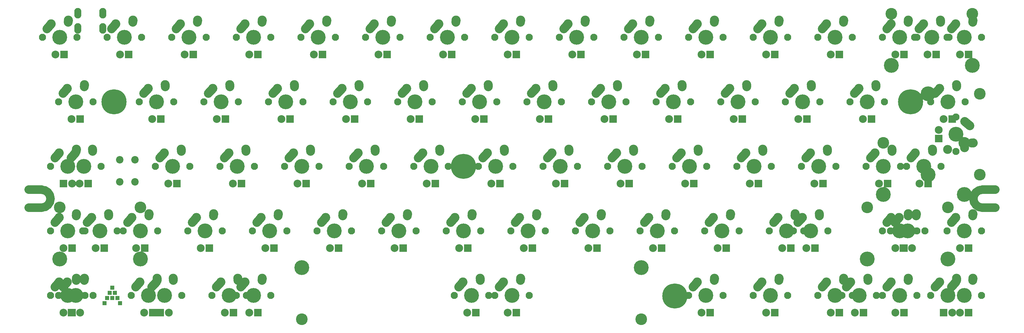
<source format=gts>
G04 #@! TF.FileFunction,Soldermask,Top*
%FSLAX46Y46*%
G04 Gerber Fmt 4.6, Leading zero omitted, Abs format (unit mm)*
G04 Created by KiCad (PCBNEW 4.0.6) date 10/23/17 15:30:08*
%MOMM*%
%LPD*%
G01*
G04 APERTURE LIST*
%ADD10C,0.100000*%
%ADD11C,2.501900*%
%ADD12C,2.650000*%
%ADD13C,2.650000*%
%ADD14C,4.387800*%
%ADD15C,2.305000*%
%ADD16R,2.305000X2.305000*%
%ADD17C,2.101800*%
%ADD18C,7.401300*%
%ADD19C,7.400240*%
%ADD20C,3.448000*%
%ADD21C,2.200000*%
%ADD22O,2.100000X3.100000*%
%ADD23R,1.162000X1.162000*%
G04 APERTURE END LIST*
D10*
D11*
X329212500Y-102099050D02*
X333012500Y-102099050D01*
X326561550Y-104750000D02*
G75*
G02X329212500Y-102099050I2650950J0D01*
G01*
X329212500Y-107400950D02*
G75*
G02X326561550Y-104750000I0J2650950D01*
G01*
X329212500Y-107400950D02*
X333062500Y-107400950D01*
X48012500Y-102099050D02*
X51812500Y-102099050D01*
X54463450Y-104750000D02*
G75*
G03X51812500Y-102099050I-2650950J0D01*
G01*
X51812500Y-107400950D02*
G75*
G03X54463450Y-104750000I0J2650950D01*
G01*
X48012500Y-107400950D02*
X51812500Y-107400950D01*
D12*
X169187500Y-90750000D02*
X169227500Y-90170000D01*
D13*
X169227500Y-90170000D03*
D12*
X162877500Y-92710000D02*
X164187500Y-91250000D01*
D14*
X166687500Y-95250000D03*
D13*
X164187500Y-91250000D03*
D15*
X165417500Y-100330000D03*
D16*
X167957500Y-100330000D03*
D17*
X161607500Y-95250000D03*
X171767500Y-95250000D03*
D12*
X97750000Y-52650000D02*
X97790000Y-52070000D01*
D13*
X97790000Y-52070000D03*
D12*
X91440000Y-54610000D02*
X92750000Y-53150000D01*
D14*
X95250000Y-57150000D03*
D13*
X92750000Y-53150000D03*
D15*
X93980000Y-62230000D03*
D16*
X96520000Y-62230000D03*
D17*
X90170000Y-57150000D03*
X100330000Y-57150000D03*
D18*
X73212500Y-76150000D03*
D19*
X176212500Y-95250000D03*
X238512500Y-133450000D03*
X308062500Y-76150000D03*
D12*
X250150000Y-52650000D02*
X250190000Y-52070000D01*
D13*
X250190000Y-52070000D03*
D12*
X243840000Y-54610000D02*
X245150000Y-53150000D01*
D14*
X247650000Y-57150000D03*
D13*
X245150000Y-53150000D03*
D15*
X246380000Y-62230000D03*
D16*
X248920000Y-62230000D03*
D17*
X242570000Y-57150000D03*
X252730000Y-57150000D03*
D12*
X78700000Y-52650000D02*
X78740000Y-52070000D01*
D13*
X78740000Y-52070000D03*
D12*
X72390000Y-54610000D02*
X73700000Y-53150000D01*
D14*
X76200000Y-57150000D03*
D13*
X73700000Y-53150000D03*
D15*
X74930000Y-62230000D03*
D16*
X77470000Y-62230000D03*
D17*
X71120000Y-57150000D03*
X81280000Y-57150000D03*
D12*
X116800000Y-52650000D02*
X116840000Y-52070000D01*
D13*
X116840000Y-52070000D03*
D12*
X110490000Y-54610000D02*
X111800000Y-53150000D01*
D14*
X114300000Y-57150000D03*
D13*
X111800000Y-53150000D03*
D15*
X113030000Y-62230000D03*
D16*
X115570000Y-62230000D03*
D17*
X109220000Y-57150000D03*
X119380000Y-57150000D03*
D12*
X135850000Y-52650000D02*
X135890000Y-52070000D01*
D13*
X135890000Y-52070000D03*
D12*
X129540000Y-54610000D02*
X130850000Y-53150000D01*
D14*
X133350000Y-57150000D03*
D13*
X130850000Y-53150000D03*
D15*
X132080000Y-62230000D03*
D16*
X134620000Y-62230000D03*
D17*
X128270000Y-57150000D03*
X138430000Y-57150000D03*
D12*
X154900000Y-52650000D02*
X154940000Y-52070000D01*
D13*
X154940000Y-52070000D03*
D12*
X148590000Y-54610000D02*
X149900000Y-53150000D01*
D14*
X152400000Y-57150000D03*
D13*
X149900000Y-53150000D03*
D15*
X151130000Y-62230000D03*
D16*
X153670000Y-62230000D03*
D17*
X147320000Y-57150000D03*
X157480000Y-57150000D03*
D12*
X173950000Y-52650000D02*
X173990000Y-52070000D01*
D13*
X173990000Y-52070000D03*
D12*
X167640000Y-54610000D02*
X168950000Y-53150000D01*
D14*
X171450000Y-57150000D03*
D13*
X168950000Y-53150000D03*
D15*
X170180000Y-62230000D03*
D16*
X172720000Y-62230000D03*
D17*
X166370000Y-57150000D03*
X176530000Y-57150000D03*
D12*
X193000000Y-52650000D02*
X193040000Y-52070000D01*
D13*
X193040000Y-52070000D03*
D12*
X186690000Y-54610000D02*
X188000000Y-53150000D01*
D14*
X190500000Y-57150000D03*
D13*
X188000000Y-53150000D03*
D15*
X189230000Y-62230000D03*
D16*
X191770000Y-62230000D03*
D17*
X185420000Y-57150000D03*
X195580000Y-57150000D03*
D12*
X212050000Y-52650000D02*
X212090000Y-52070000D01*
D13*
X212090000Y-52070000D03*
D12*
X205740000Y-54610000D02*
X207050000Y-53150000D01*
D14*
X209550000Y-57150000D03*
D13*
X207050000Y-53150000D03*
D15*
X208280000Y-62230000D03*
D16*
X210820000Y-62230000D03*
D17*
X204470000Y-57150000D03*
X214630000Y-57150000D03*
D12*
X231100000Y-52650000D02*
X231140000Y-52070000D01*
D13*
X231140000Y-52070000D03*
D12*
X224790000Y-54610000D02*
X226100000Y-53150000D01*
D14*
X228600000Y-57150000D03*
D13*
X226100000Y-53150000D03*
D15*
X227330000Y-62230000D03*
D16*
X229870000Y-62230000D03*
D17*
X223520000Y-57150000D03*
X233680000Y-57150000D03*
D12*
X283487500Y-90750000D02*
X283527500Y-90170000D01*
D13*
X283527500Y-90170000D03*
D12*
X277177500Y-92710000D02*
X278487500Y-91250000D01*
D14*
X280987500Y-95250000D03*
D13*
X278487500Y-91250000D03*
D15*
X279717500Y-100330000D03*
D16*
X282257500Y-100330000D03*
D17*
X275907500Y-95250000D03*
X286067500Y-95250000D03*
D12*
X235862500Y-109800000D02*
X235902500Y-109220000D01*
D13*
X235902500Y-109220000D03*
D12*
X229552500Y-111760000D02*
X230862500Y-110300000D01*
D14*
X233362500Y-114300000D03*
D13*
X230862500Y-110300000D03*
D15*
X232092500Y-119380000D03*
D16*
X234632500Y-119380000D03*
D17*
X228282500Y-114300000D03*
X238442500Y-114300000D03*
D12*
X269200000Y-52650000D02*
X269240000Y-52070000D01*
D13*
X269240000Y-52070000D03*
D12*
X262890000Y-54610000D02*
X264200000Y-53150000D01*
D14*
X266700000Y-57150000D03*
D13*
X264200000Y-53150000D03*
D15*
X265430000Y-62230000D03*
D16*
X267970000Y-62230000D03*
D17*
X261620000Y-57150000D03*
X271780000Y-57150000D03*
D12*
X254912500Y-109800000D02*
X254952500Y-109220000D01*
D13*
X254952500Y-109220000D03*
D12*
X248602500Y-111760000D02*
X249912500Y-110300000D01*
D14*
X252412500Y-114300000D03*
D13*
X249912500Y-110300000D03*
D15*
X251142500Y-119380000D03*
D16*
X253682500Y-119380000D03*
D17*
X247332500Y-114300000D03*
X257492500Y-114300000D03*
D12*
X281106250Y-109800000D02*
X281146250Y-109220000D01*
D13*
X281146250Y-109220000D03*
D12*
X274796250Y-111760000D02*
X276106250Y-110300000D01*
D14*
X278606250Y-114300000D03*
D13*
X276106250Y-110300000D03*
D15*
X277336250Y-119380000D03*
D16*
X279876250Y-119380000D03*
D17*
X273526250Y-114300000D03*
X283686250Y-114300000D03*
D12*
X273962500Y-109800000D02*
X274002500Y-109220000D01*
D13*
X274002500Y-109220000D03*
D12*
X267652500Y-111760000D02*
X268962500Y-110300000D01*
D14*
X271462500Y-114300000D03*
D13*
X268962500Y-110300000D03*
D15*
X270192500Y-119380000D03*
D16*
X272732500Y-119380000D03*
D17*
X266382500Y-114300000D03*
X276542500Y-114300000D03*
D12*
X264437500Y-90750000D02*
X264477500Y-90170000D01*
D13*
X264477500Y-90170000D03*
D12*
X258127500Y-92710000D02*
X259437500Y-91250000D01*
D14*
X261937500Y-95250000D03*
D13*
X259437500Y-91250000D03*
D15*
X260667500Y-100330000D03*
D16*
X263207500Y-100330000D03*
D17*
X256857500Y-95250000D03*
X267017500Y-95250000D03*
D12*
X288250000Y-52650000D02*
X288290000Y-52070000D01*
D13*
X288290000Y-52070000D03*
D12*
X281940000Y-54610000D02*
X283250000Y-53150000D01*
D14*
X285750000Y-57150000D03*
D13*
X283250000Y-53150000D03*
D15*
X284480000Y-62230000D03*
D16*
X287020000Y-62230000D03*
D17*
X280670000Y-57150000D03*
X290830000Y-57150000D03*
D12*
X92987500Y-90750000D02*
X93027500Y-90170000D01*
D13*
X93027500Y-90170000D03*
D12*
X86677500Y-92710000D02*
X87987500Y-91250000D01*
D14*
X90487500Y-95250000D03*
D13*
X87987500Y-91250000D03*
D15*
X89217500Y-100330000D03*
D16*
X91757500Y-100330000D03*
D17*
X85407500Y-95250000D03*
X95567500Y-95250000D03*
D12*
X109656250Y-128850000D02*
X109696250Y-128270000D01*
D13*
X109696250Y-128270000D03*
D12*
X103346250Y-130810000D02*
X104656250Y-129350000D01*
D14*
X107156250Y-133350000D03*
D13*
X104656250Y-129350000D03*
D15*
X105886250Y-138430000D03*
D16*
X108426250Y-138430000D03*
D17*
X102076250Y-133350000D03*
X112236250Y-133350000D03*
D12*
X178712500Y-109800000D02*
X178752500Y-109220000D01*
D13*
X178752500Y-109220000D03*
D12*
X172402500Y-111760000D02*
X173712500Y-110300000D01*
D14*
X176212500Y-114300000D03*
D13*
X173712500Y-110300000D03*
D15*
X174942500Y-119380000D03*
D16*
X177482500Y-119380000D03*
D17*
X171132500Y-114300000D03*
X181292500Y-114300000D03*
D12*
X326350000Y-52650000D02*
X326390000Y-52070000D01*
D13*
X326390000Y-52070000D03*
D12*
X320040000Y-54610000D02*
X321350000Y-53150000D01*
D14*
X323850000Y-57150000D03*
D13*
X321350000Y-53150000D03*
D15*
X322580000Y-62230000D03*
D16*
X325120000Y-62230000D03*
D17*
X318770000Y-57150000D03*
X328930000Y-57150000D03*
D12*
X316825000Y-52650000D02*
X316865000Y-52070000D01*
D13*
X316865000Y-52070000D03*
D12*
X310515000Y-54610000D02*
X311825000Y-53150000D01*
D14*
X314325000Y-57150000D03*
D13*
X311825000Y-53150000D03*
D15*
X313055000Y-62230000D03*
D16*
X315595000Y-62230000D03*
D17*
X309245000Y-57150000D03*
X319405000Y-57150000D03*
D20*
X302418750Y-50165000D03*
X326231250Y-50165000D03*
D14*
X302418750Y-65405000D03*
X326231250Y-65405000D03*
D12*
X140612500Y-109800000D02*
X140652500Y-109220000D01*
D13*
X140652500Y-109220000D03*
D12*
X134302500Y-111760000D02*
X135612500Y-110300000D01*
D14*
X138112500Y-114300000D03*
D13*
X135612500Y-110300000D03*
D15*
X136842500Y-119380000D03*
D16*
X139382500Y-119380000D03*
D17*
X133032500Y-114300000D03*
X143192500Y-114300000D03*
D12*
X66793750Y-90750000D02*
X66833750Y-90170000D01*
D13*
X66833750Y-90170000D03*
D12*
X60483750Y-92710000D02*
X61793750Y-91250000D01*
D14*
X64293750Y-95250000D03*
D13*
X61793750Y-91250000D03*
D15*
X63023750Y-100330000D03*
D16*
X65563750Y-100330000D03*
D17*
X59213750Y-95250000D03*
X69373750Y-95250000D03*
D12*
X62031250Y-128850000D02*
X62071250Y-128270000D01*
D13*
X62071250Y-128270000D03*
D12*
X55721250Y-130810000D02*
X57031250Y-129350000D01*
D14*
X59531250Y-133350000D03*
D13*
X57031250Y-129350000D03*
D15*
X58261250Y-138430000D03*
D16*
X60801250Y-138430000D03*
D17*
X54451250Y-133350000D03*
X64611250Y-133350000D03*
D12*
X131087500Y-90750000D02*
X131127500Y-90170000D01*
D13*
X131127500Y-90170000D03*
D12*
X124777500Y-92710000D02*
X126087500Y-91250000D01*
D14*
X128587500Y-95250000D03*
D13*
X126087500Y-91250000D03*
D15*
X127317500Y-100330000D03*
D16*
X129857500Y-100330000D03*
D17*
X123507500Y-95250000D03*
X133667500Y-95250000D03*
D12*
X307300000Y-52650000D02*
X307340000Y-52070000D01*
D13*
X307340000Y-52070000D03*
D12*
X300990000Y-54610000D02*
X302300000Y-53150000D01*
D14*
X304800000Y-57150000D03*
D13*
X302300000Y-53150000D03*
D15*
X303530000Y-62230000D03*
D16*
X306070000Y-62230000D03*
D17*
X299720000Y-57150000D03*
X309880000Y-57150000D03*
D12*
X307300000Y-128850000D02*
X307340000Y-128270000D01*
D13*
X307340000Y-128270000D03*
D12*
X300990000Y-130810000D02*
X302300000Y-129350000D01*
D14*
X304800000Y-133350000D03*
D13*
X302300000Y-129350000D03*
D15*
X303530000Y-138430000D03*
D16*
X306070000Y-138430000D03*
D17*
X299720000Y-133350000D03*
X309880000Y-133350000D03*
D12*
X126325000Y-71700000D02*
X126365000Y-71120000D01*
D13*
X126365000Y-71120000D03*
D12*
X120015000Y-73660000D02*
X121325000Y-72200000D01*
D14*
X123825000Y-76200000D03*
D13*
X121325000Y-72200000D03*
D15*
X122555000Y-81280000D03*
D16*
X125095000Y-81280000D03*
D17*
X118745000Y-76200000D03*
X128905000Y-76200000D03*
D12*
X314443750Y-90750000D02*
X314483750Y-90170000D01*
D13*
X314483750Y-90170000D03*
D12*
X308133750Y-92710000D02*
X309443750Y-91250000D01*
D14*
X311943750Y-95250000D03*
D13*
X309443750Y-91250000D03*
D15*
X310673750Y-100330000D03*
D16*
X313213750Y-100330000D03*
D17*
X306863750Y-95250000D03*
X317023750Y-95250000D03*
D20*
X300037500Y-88265000D03*
X323850000Y-88265000D03*
D14*
X300037500Y-103505000D03*
X323850000Y-103505000D03*
D12*
X59650000Y-52650000D02*
X59690000Y-52070000D01*
D13*
X59690000Y-52070000D03*
D12*
X53340000Y-54610000D02*
X54650000Y-53150000D01*
D14*
X57150000Y-57150000D03*
D13*
X54650000Y-53150000D03*
D15*
X55880000Y-62230000D03*
D16*
X58420000Y-62230000D03*
D17*
X52070000Y-57150000D03*
X62230000Y-57150000D03*
D12*
X150137500Y-90750000D02*
X150177500Y-90170000D01*
D13*
X150177500Y-90170000D03*
D12*
X143827500Y-92710000D02*
X145137500Y-91250000D01*
D14*
X147637500Y-95250000D03*
D13*
X145137500Y-91250000D03*
D15*
X146367500Y-100330000D03*
D16*
X148907500Y-100330000D03*
D17*
X142557500Y-95250000D03*
X152717500Y-95250000D03*
D12*
X250150000Y-128850000D02*
X250190000Y-128270000D01*
D13*
X250190000Y-128270000D03*
D12*
X243840000Y-130810000D02*
X245150000Y-129350000D01*
D14*
X247650000Y-133350000D03*
D13*
X245150000Y-129350000D03*
D15*
X246380000Y-138430000D03*
D16*
X248920000Y-138430000D03*
D17*
X242570000Y-133350000D03*
X252730000Y-133350000D03*
D12*
X188237500Y-90750000D02*
X188277500Y-90170000D01*
D13*
X188277500Y-90170000D03*
D12*
X181927500Y-92710000D02*
X183237500Y-91250000D01*
D14*
X185737500Y-95250000D03*
D13*
X183237500Y-91250000D03*
D15*
X184467500Y-100330000D03*
D16*
X187007500Y-100330000D03*
D17*
X180657500Y-95250000D03*
X190817500Y-95250000D03*
D12*
X221575000Y-71700000D02*
X221615000Y-71120000D01*
D13*
X221615000Y-71120000D03*
D12*
X215265000Y-73660000D02*
X216575000Y-72200000D01*
D14*
X219075000Y-76200000D03*
D13*
X216575000Y-72200000D03*
D15*
X217805000Y-81280000D03*
D16*
X220345000Y-81280000D03*
D17*
X213995000Y-76200000D03*
X224155000Y-76200000D03*
D12*
X83462500Y-109800000D02*
X83502500Y-109220000D01*
D13*
X83502500Y-109220000D03*
D12*
X77152500Y-111760000D02*
X78462500Y-110300000D01*
D14*
X80962500Y-114300000D03*
D13*
X78462500Y-110300000D03*
D15*
X79692500Y-119380000D03*
D16*
X82232500Y-119380000D03*
D17*
X75882500Y-114300000D03*
X86042500Y-114300000D03*
D12*
X302537500Y-90750000D02*
X302577500Y-90170000D01*
D13*
X302577500Y-90170000D03*
D12*
X296227500Y-92710000D02*
X297537500Y-91250000D01*
D14*
X300037500Y-95250000D03*
D13*
X297537500Y-91250000D03*
D15*
X298767500Y-100330000D03*
D16*
X301307500Y-100330000D03*
D17*
X294957500Y-95250000D03*
X305117500Y-95250000D03*
D12*
X207287500Y-90750000D02*
X207327500Y-90170000D01*
D13*
X207327500Y-90170000D03*
D12*
X200977500Y-92710000D02*
X202287500Y-91250000D01*
D14*
X204787500Y-95250000D03*
D13*
X202287500Y-91250000D03*
D15*
X203517500Y-100330000D03*
D16*
X206057500Y-100330000D03*
D17*
X199707500Y-95250000D03*
X209867500Y-95250000D03*
D12*
X226337500Y-90750000D02*
X226377500Y-90170000D01*
D13*
X226377500Y-90170000D03*
D12*
X220027500Y-92710000D02*
X221337500Y-91250000D01*
D14*
X223837500Y-95250000D03*
D13*
X221337500Y-91250000D03*
D15*
X222567500Y-100330000D03*
D16*
X225107500Y-100330000D03*
D17*
X218757500Y-95250000D03*
X228917500Y-95250000D03*
D12*
X245387500Y-90750000D02*
X245427500Y-90170000D01*
D13*
X245427500Y-90170000D03*
D12*
X239077500Y-92710000D02*
X240387500Y-91250000D01*
D14*
X242887500Y-95250000D03*
D13*
X240387500Y-91250000D03*
D15*
X241617500Y-100330000D03*
D16*
X244157500Y-100330000D03*
D17*
X237807500Y-95250000D03*
X247967500Y-95250000D03*
D12*
X288250000Y-128850000D02*
X288290000Y-128270000D01*
D13*
X288290000Y-128270000D03*
D12*
X281940000Y-130810000D02*
X283250000Y-129350000D01*
D14*
X285750000Y-133350000D03*
D13*
X283250000Y-129350000D03*
D15*
X284480000Y-138430000D03*
D16*
X287020000Y-138430000D03*
D17*
X280670000Y-133350000D03*
X290830000Y-133350000D03*
D12*
X216812500Y-109800000D02*
X216852500Y-109220000D01*
D13*
X216852500Y-109220000D03*
D12*
X210502500Y-111760000D02*
X211812500Y-110300000D01*
D14*
X214312500Y-114300000D03*
D13*
X211812500Y-110300000D03*
D15*
X213042500Y-119380000D03*
D16*
X215582500Y-119380000D03*
D17*
X209232500Y-114300000D03*
X219392500Y-114300000D03*
D12*
X197762500Y-109800000D02*
X197802500Y-109220000D01*
D13*
X197802500Y-109220000D03*
D12*
X191452500Y-111760000D02*
X192762500Y-110300000D01*
D14*
X195262500Y-114300000D03*
D13*
X192762500Y-110300000D03*
D15*
X193992500Y-119380000D03*
D16*
X196532500Y-119380000D03*
D17*
X190182500Y-114300000D03*
X200342500Y-114300000D03*
D12*
X240625000Y-71700000D02*
X240665000Y-71120000D01*
D13*
X240665000Y-71120000D03*
D12*
X234315000Y-73660000D02*
X235625000Y-72200000D01*
D14*
X238125000Y-76200000D03*
D13*
X235625000Y-72200000D03*
D15*
X236855000Y-81280000D03*
D16*
X239395000Y-81280000D03*
D17*
X233045000Y-76200000D03*
X243205000Y-76200000D03*
D12*
X259675000Y-71700000D02*
X259715000Y-71120000D01*
D13*
X259715000Y-71120000D03*
D12*
X253365000Y-73660000D02*
X254675000Y-72200000D01*
D14*
X257175000Y-76200000D03*
D13*
X254675000Y-72200000D03*
D15*
X255905000Y-81280000D03*
D16*
X258445000Y-81280000D03*
D17*
X252095000Y-76200000D03*
X262255000Y-76200000D03*
D12*
X88225000Y-71700000D02*
X88265000Y-71120000D01*
D13*
X88265000Y-71120000D03*
D12*
X81915000Y-73660000D02*
X83225000Y-72200000D01*
D14*
X85725000Y-76200000D03*
D13*
X83225000Y-72200000D03*
D15*
X84455000Y-81280000D03*
D16*
X86995000Y-81280000D03*
D17*
X80645000Y-76200000D03*
X90805000Y-76200000D03*
D12*
X145375000Y-71700000D02*
X145415000Y-71120000D01*
D13*
X145415000Y-71120000D03*
D12*
X139065000Y-73660000D02*
X140375000Y-72200000D01*
D14*
X142875000Y-76200000D03*
D13*
X140375000Y-72200000D03*
D15*
X141605000Y-81280000D03*
D16*
X144145000Y-81280000D03*
D17*
X137795000Y-76200000D03*
X147955000Y-76200000D03*
D12*
X326350000Y-128850000D02*
X326390000Y-128270000D01*
D13*
X326390000Y-128270000D03*
D12*
X320040000Y-130810000D02*
X321350000Y-129350000D01*
D14*
X323850000Y-133350000D03*
D13*
X321350000Y-129350000D03*
D15*
X322580000Y-138430000D03*
D16*
X325120000Y-138430000D03*
D17*
X318770000Y-133350000D03*
X328930000Y-133350000D03*
D12*
X326350000Y-109800000D02*
X326390000Y-109220000D01*
D13*
X326390000Y-109220000D03*
D12*
X320040000Y-111760000D02*
X321350000Y-110300000D01*
D14*
X323850000Y-114300000D03*
D13*
X321350000Y-110300000D03*
D15*
X322580000Y-119380000D03*
D16*
X325120000Y-119380000D03*
D17*
X318770000Y-114300000D03*
X328930000Y-114300000D03*
D12*
X112037500Y-90750000D02*
X112077500Y-90170000D01*
D13*
X112077500Y-90170000D03*
D12*
X105727500Y-92710000D02*
X107037500Y-91250000D01*
D14*
X109537500Y-95250000D03*
D13*
X107037500Y-91250000D03*
D15*
X108267500Y-100330000D03*
D16*
X110807500Y-100330000D03*
D17*
X104457500Y-95250000D03*
X114617500Y-95250000D03*
D12*
X71556250Y-109800000D02*
X71596250Y-109220000D01*
D13*
X71596250Y-109220000D03*
D12*
X65246250Y-111760000D02*
X66556250Y-110300000D01*
D14*
X69056250Y-114300000D03*
D13*
X66556250Y-110300000D03*
D15*
X67786250Y-119380000D03*
D16*
X70326250Y-119380000D03*
D17*
X63976250Y-114300000D03*
X74136250Y-114300000D03*
D20*
X57150000Y-107315000D03*
X80962500Y-107315000D03*
D14*
X57150000Y-122555000D03*
X80962500Y-122555000D03*
D12*
X181093750Y-128850000D02*
X181133750Y-128270000D01*
D13*
X181133750Y-128270000D03*
D12*
X174783750Y-130810000D02*
X176093750Y-129350000D01*
D14*
X178593750Y-133350000D03*
D13*
X176093750Y-129350000D03*
D15*
X177323750Y-138430000D03*
D16*
X179863750Y-138430000D03*
D17*
X173513750Y-133350000D03*
X183673750Y-133350000D03*
D20*
X128593850Y-140335000D03*
X228593650Y-140335000D03*
D14*
X128593850Y-125095000D03*
X228593650Y-125095000D03*
D12*
X193000000Y-128850000D02*
X193040000Y-128270000D01*
D13*
X193040000Y-128270000D03*
D12*
X186690000Y-130810000D02*
X188000000Y-129350000D01*
D14*
X190500000Y-133350000D03*
D13*
X188000000Y-129350000D03*
D15*
X189230000Y-138430000D03*
D16*
X191770000Y-138430000D03*
D17*
X185420000Y-133350000D03*
X195580000Y-133350000D03*
D12*
X164425000Y-71700000D02*
X164465000Y-71120000D01*
D13*
X164465000Y-71120000D03*
D12*
X158115000Y-73660000D02*
X159425000Y-72200000D01*
D14*
X161925000Y-76200000D03*
D13*
X159425000Y-72200000D03*
D15*
X160655000Y-81280000D03*
D16*
X163195000Y-81280000D03*
D17*
X156845000Y-76200000D03*
X167005000Y-76200000D03*
D12*
X64412500Y-71700000D02*
X64452500Y-71120000D01*
D13*
X64452500Y-71120000D03*
D12*
X58102500Y-73660000D02*
X59412500Y-72200000D01*
D14*
X61912500Y-76200000D03*
D13*
X59412500Y-72200000D03*
D15*
X60642500Y-81280000D03*
D16*
X63182500Y-81280000D03*
D17*
X56832500Y-76200000D03*
X66992500Y-76200000D03*
D12*
X202525000Y-71700000D02*
X202565000Y-71120000D01*
D13*
X202565000Y-71120000D03*
D12*
X196215000Y-73660000D02*
X197525000Y-72200000D01*
D14*
X200025000Y-76200000D03*
D13*
X197525000Y-72200000D03*
D15*
X198755000Y-81280000D03*
D16*
X201295000Y-81280000D03*
D17*
X194945000Y-76200000D03*
X205105000Y-76200000D03*
D12*
X307300000Y-109800000D02*
X307340000Y-109220000D01*
D13*
X307340000Y-109220000D03*
D12*
X300990000Y-111760000D02*
X302300000Y-110300000D01*
D14*
X304800000Y-114300000D03*
D13*
X302300000Y-110300000D03*
D15*
X303530000Y-119380000D03*
D16*
X306070000Y-119380000D03*
D17*
X299720000Y-114300000D03*
X309880000Y-114300000D03*
D12*
X159662500Y-109800000D02*
X159702500Y-109220000D01*
D13*
X159702500Y-109220000D03*
D12*
X153352500Y-111760000D02*
X154662500Y-110300000D01*
D14*
X157162500Y-114300000D03*
D13*
X154662500Y-110300000D03*
D15*
X155892500Y-119380000D03*
D16*
X158432500Y-119380000D03*
D17*
X152082500Y-114300000D03*
X162242500Y-114300000D03*
D12*
X107275000Y-71700000D02*
X107315000Y-71120000D01*
D13*
X107315000Y-71120000D03*
D12*
X100965000Y-73660000D02*
X102275000Y-72200000D01*
D14*
X104775000Y-76200000D03*
D13*
X102275000Y-72200000D03*
D15*
X103505000Y-81280000D03*
D16*
X106045000Y-81280000D03*
D17*
X99695000Y-76200000D03*
X109855000Y-76200000D03*
D12*
X85843750Y-128850000D02*
X85883750Y-128270000D01*
D13*
X85883750Y-128270000D03*
D12*
X79533750Y-130810000D02*
X80843750Y-129350000D01*
D14*
X83343750Y-133350000D03*
D13*
X80843750Y-129350000D03*
D15*
X82073750Y-138430000D03*
D16*
X84613750Y-138430000D03*
D17*
X78263750Y-133350000D03*
X88423750Y-133350000D03*
D12*
X121562500Y-109800000D02*
X121602500Y-109220000D01*
D13*
X121602500Y-109220000D03*
D12*
X115252500Y-111760000D02*
X116562500Y-110300000D01*
D14*
X119062500Y-114300000D03*
D13*
X116562500Y-110300000D03*
D15*
X117792500Y-119380000D03*
D16*
X120332500Y-119380000D03*
D17*
X113982500Y-114300000D03*
X124142500Y-114300000D03*
D12*
X183475000Y-71700000D02*
X183515000Y-71120000D01*
D13*
X183515000Y-71120000D03*
D12*
X177165000Y-73660000D02*
X178475000Y-72200000D01*
D14*
X180975000Y-76200000D03*
D13*
X178475000Y-72200000D03*
D15*
X179705000Y-81280000D03*
D16*
X182245000Y-81280000D03*
D17*
X175895000Y-76200000D03*
X186055000Y-76200000D03*
D12*
X102512500Y-109800000D02*
X102552500Y-109220000D01*
D13*
X102552500Y-109220000D03*
D12*
X96202500Y-111760000D02*
X97512500Y-110300000D01*
D14*
X100012500Y-114300000D03*
D13*
X97512500Y-110300000D03*
D15*
X98742500Y-119380000D03*
D16*
X101282500Y-119380000D03*
D17*
X94932500Y-114300000D03*
X105092500Y-114300000D03*
D12*
X278725000Y-71700000D02*
X278765000Y-71120000D01*
D13*
X278765000Y-71120000D03*
D12*
X272415000Y-73660000D02*
X273725000Y-72200000D01*
D14*
X276225000Y-76200000D03*
D13*
X273725000Y-72200000D03*
D15*
X274955000Y-81280000D03*
D16*
X277495000Y-81280000D03*
D17*
X271145000Y-76200000D03*
X281305000Y-76200000D03*
D12*
X321587500Y-71700000D02*
X321627500Y-71120000D01*
D13*
X321627500Y-71120000D03*
D12*
X315277500Y-73660000D02*
X316587500Y-72200000D01*
D14*
X319087500Y-76200000D03*
D13*
X316587500Y-72200000D03*
D15*
X317817500Y-81280000D03*
D16*
X320357500Y-81280000D03*
D17*
X314007500Y-76200000D03*
X324167500Y-76200000D03*
D12*
X297775000Y-71700000D02*
X297815000Y-71120000D01*
D13*
X297815000Y-71120000D03*
D12*
X291465000Y-73660000D02*
X292775000Y-72200000D01*
D14*
X295275000Y-76200000D03*
D13*
X292775000Y-72200000D03*
D15*
X294005000Y-81280000D03*
D16*
X296545000Y-81280000D03*
D17*
X290195000Y-76200000D03*
X300355000Y-76200000D03*
D12*
X269200000Y-128850000D02*
X269240000Y-128270000D01*
D13*
X269240000Y-128270000D03*
D12*
X262890000Y-130810000D02*
X264200000Y-129350000D01*
D14*
X266700000Y-133350000D03*
D13*
X264200000Y-129350000D03*
D15*
X265430000Y-138430000D03*
D16*
X267970000Y-138430000D03*
D17*
X261620000Y-133350000D03*
X271780000Y-133350000D03*
D21*
X79400000Y-93270000D03*
X74900000Y-99770000D03*
X74900000Y-93270000D03*
X79400000Y-99770000D03*
D22*
X62550000Y-54506250D03*
X69850000Y-54506250D03*
X69850000Y-50006250D03*
X62550000Y-50006250D03*
D12*
X62031250Y-109800000D02*
X62071250Y-109220000D01*
D13*
X62071250Y-109220000D03*
D12*
X55721250Y-111760000D02*
X57031250Y-110300000D01*
D14*
X59531250Y-114300000D03*
D13*
X57031250Y-110300000D03*
D15*
X58261250Y-119380000D03*
D16*
X60801250Y-119380000D03*
D17*
X54451250Y-114300000D03*
X64611250Y-114300000D03*
D12*
X116800000Y-128850000D02*
X116840000Y-128270000D01*
D13*
X116840000Y-128270000D03*
D12*
X110490000Y-130810000D02*
X111800000Y-129350000D01*
D14*
X114300000Y-133350000D03*
D13*
X111800000Y-129350000D03*
D15*
X113030000Y-138430000D03*
D16*
X115570000Y-138430000D03*
D17*
X109220000Y-133350000D03*
X119380000Y-133350000D03*
D12*
X295393750Y-128850000D02*
X295433750Y-128270000D01*
D13*
X295433750Y-128270000D03*
D12*
X289083750Y-130810000D02*
X290393750Y-129350000D01*
D14*
X292893750Y-133350000D03*
D13*
X290393750Y-129350000D03*
D15*
X291623750Y-138430000D03*
D16*
X294163750Y-138430000D03*
D17*
X287813750Y-133350000D03*
X297973750Y-133350000D03*
D12*
X325968750Y-88225000D02*
X326548750Y-88264998D01*
D13*
X326548750Y-88265000D03*
D12*
X324008750Y-81915000D02*
X325468758Y-83224990D01*
D14*
X321468750Y-85725000D03*
D13*
X325468750Y-83225000D03*
D16*
X316388750Y-86995000D03*
D15*
X316388750Y-84455000D03*
D17*
X321468750Y-80645000D03*
X321468750Y-90805000D03*
D13*
X323968750Y-89725000D03*
X318968750Y-90225000D03*
D20*
X328453750Y-97631250D03*
X328453750Y-73818750D03*
D14*
X313213750Y-97631250D03*
X313213750Y-73818750D03*
D12*
X62031250Y-90750000D02*
X62071250Y-90170000D01*
D13*
X62071250Y-90170000D03*
D12*
X55721250Y-92710000D02*
X57031250Y-91250000D01*
D14*
X59531250Y-95250000D03*
D13*
X57031250Y-91250000D03*
D16*
X58261250Y-100330000D03*
D15*
X60801250Y-100330000D03*
D17*
X54451250Y-95250000D03*
X64611250Y-95250000D03*
D12*
X64412500Y-128850000D02*
X64452500Y-128270000D01*
D13*
X64452500Y-128270000D03*
D12*
X58102500Y-130810000D02*
X59412500Y-129350000D01*
D14*
X61912500Y-133350000D03*
D13*
X59412500Y-129350000D03*
D16*
X60642500Y-138430000D03*
D15*
X63182500Y-138430000D03*
D17*
X56832500Y-133350000D03*
X66992500Y-133350000D03*
D12*
X90606250Y-128850000D02*
X90646250Y-128270000D01*
D13*
X90646250Y-128270000D03*
D12*
X84296250Y-130810000D02*
X85606250Y-129350000D01*
D14*
X88106250Y-133350000D03*
D13*
X85606250Y-129350000D03*
D16*
X86836250Y-138430000D03*
D15*
X89376250Y-138430000D03*
D17*
X83026250Y-133350000D03*
X93186250Y-133350000D03*
D12*
X321587500Y-128850000D02*
X321627500Y-128270000D01*
D13*
X321627500Y-128270000D03*
D12*
X315277500Y-130810000D02*
X316587500Y-129350000D01*
D14*
X319087500Y-133350000D03*
D13*
X316587500Y-129350000D03*
D16*
X317817500Y-138430000D03*
D15*
X320357500Y-138430000D03*
D17*
X314007500Y-133350000D03*
X324167500Y-133350000D03*
D12*
X309681250Y-109800000D02*
X309721250Y-109220000D01*
D13*
X309721250Y-109220000D03*
D12*
X303371250Y-111760000D02*
X304681250Y-110300000D01*
D14*
X307181250Y-114300000D03*
D13*
X304681250Y-110300000D03*
D16*
X305911250Y-119380000D03*
D15*
X308451250Y-119380000D03*
D17*
X302101250Y-114300000D03*
X312261250Y-114300000D03*
D20*
X295275000Y-107315000D03*
X319087500Y-107315000D03*
D14*
X295275000Y-122555000D03*
X319087500Y-122555000D03*
D23*
X72644000Y-134112000D03*
X74168000Y-134112000D03*
X71120000Y-134112000D03*
X71882000Y-132588000D03*
X73406000Y-132588000D03*
X72644000Y-131064000D03*
X70358000Y-135636000D03*
X74930000Y-135636000D03*
M02*

</source>
